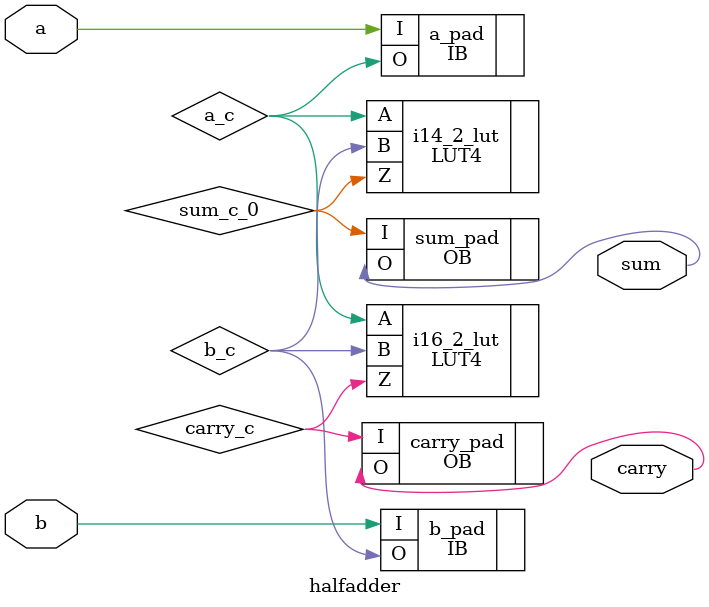
<source format=v>

module halfadder (a, b, sum, carry) /* synthesis syn_module_defined=1 */ ;   // c:/fpgaprojects/fulladder/halfadder.v(1[8:17])
    input a;   // c:/fpgaprojects/fulladder/halfadder.v(2[8:9])
    input b;   // c:/fpgaprojects/fulladder/halfadder.v(2[11:12])
    output sum;   // c:/fpgaprojects/fulladder/halfadder.v(3[9:12])
    output carry;   // c:/fpgaprojects/fulladder/halfadder.v(3[14:19])
    
    
    wire a_c, b_c, sum_c_0, carry_c, GND_net, VCC_net;
    
    OB sum_pad (.I(sum_c_0), .O(sum));   // c:/fpgaprojects/fulladder/halfadder.v(3[9:12])
    VLO i37 (.Z(GND_net));
    PUR PUR_INST (.PUR(VCC_net));
    defparam PUR_INST.RST_PULSE = 1;
    GSR GSR_INST (.GSR(VCC_net));
    IB b_pad (.I(b), .O(b_c));   // c:/fpgaprojects/fulladder/halfadder.v(2[11:12])
    IB a_pad (.I(a), .O(a_c));   // c:/fpgaprojects/fulladder/halfadder.v(2[8:9])
    OB carry_pad (.I(carry_c), .O(carry));   // c:/fpgaprojects/fulladder/halfadder.v(3[14:19])
    LUT4 i14_2_lut (.A(a_c), .B(b_c), .Z(sum_c_0)) /* synthesis lut_function=(!(A (B)+!A !(B))) */ ;
    defparam i14_2_lut.init = 16'h6666;
    LUT4 i16_2_lut (.A(a_c), .B(b_c), .Z(carry_c)) /* synthesis lut_function=(A (B)) */ ;
    defparam i16_2_lut.init = 16'h8888;
    VHI i38 (.Z(VCC_net));
    
endmodule
//
// Verilog Description of module PUR
// module not written out since it is a black-box. 
//


</source>
